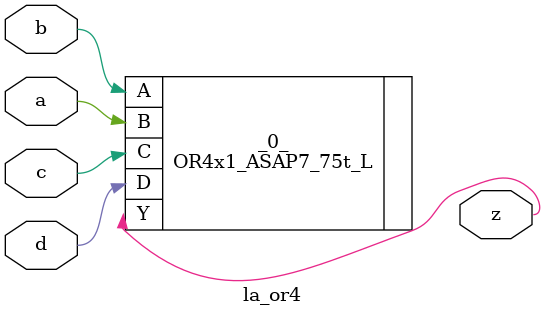
<source format=v>

/* Generated by Yosys 0.44 (git sha1 80ba43d26, g++ 11.4.0-1ubuntu1~22.04 -fPIC -O3) */

(* top =  1  *)
(* src = "inputs/la_or4.v:10.1-22.10" *)
module la_or4 (
    a,
    b,
    c,
    d,
    z
);
  (* src = "inputs/la_or4.v:13.12-13.13" *)
  input a;
  wire a;
  (* src = "inputs/la_or4.v:14.12-14.13" *)
  input b;
  wire b;
  (* src = "inputs/la_or4.v:15.12-15.13" *)
  input c;
  wire c;
  (* src = "inputs/la_or4.v:16.12-16.13" *)
  input d;
  wire d;
  (* src = "inputs/la_or4.v:17.12-17.13" *)
  output z;
  wire z;
  OR4x1_ASAP7_75t_L _0_ (
      .A(b),
      .B(a),
      .C(c),
      .D(d),
      .Y(z)
  );
endmodule

</source>
